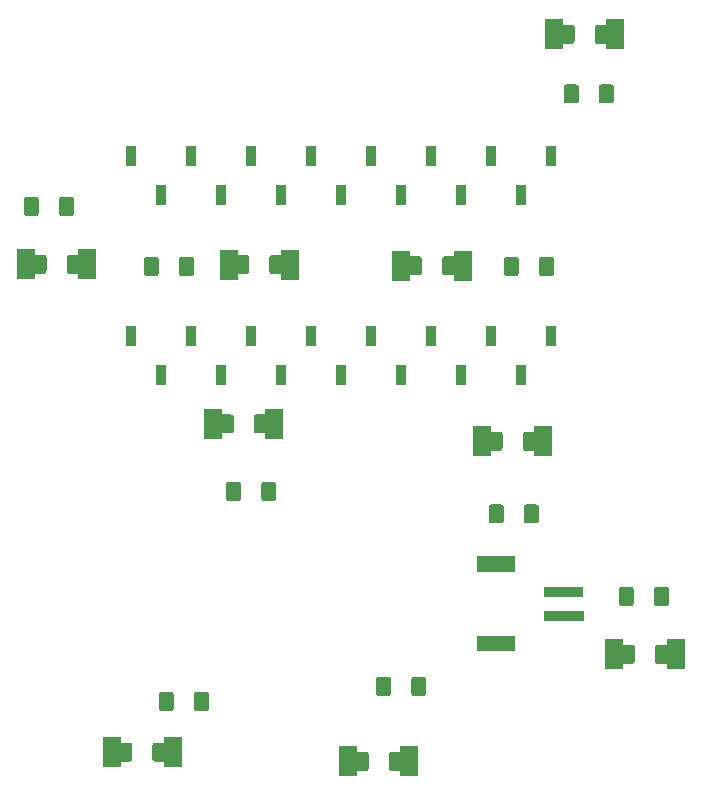
<source format=gbp>
G04 #@! TF.GenerationSoftware,KiCad,Pcbnew,5.1.5-52549c5~84~ubuntu18.04.1*
G04 #@! TF.CreationDate,2020-02-22T18:37:13-07:00*
G04 #@! TF.ProjectId,001,3030312e-6b69-4636-9164-5f7063625858,rev?*
G04 #@! TF.SameCoordinates,Original*
G04 #@! TF.FileFunction,Paste,Bot*
G04 #@! TF.FilePolarity,Positive*
%FSLAX46Y46*%
G04 Gerber Fmt 4.6, Leading zero omitted, Abs format (unit mm)*
G04 Created by KiCad (PCBNEW 5.1.5-52549c5~84~ubuntu18.04.1) date 2020-02-22 18:37:13*
%MOMM*%
%LPD*%
G04 APERTURE LIST*
%ADD10C,0.100000*%
%ADD11R,1.547600X2.647600*%
%ADD12R,0.847600X1.747600*%
%ADD13R,3.347600X0.847600*%
G04 APERTURE END LIST*
D10*
G36*
X152516324Y-87670472D02*
G01*
X152537943Y-87673679D01*
X152559143Y-87678990D01*
X152579721Y-87686352D01*
X152599477Y-87695697D01*
X152618223Y-87706933D01*
X152635778Y-87719952D01*
X152651971Y-87734629D01*
X152666648Y-87750822D01*
X152679667Y-87768377D01*
X152690903Y-87787123D01*
X152700248Y-87806879D01*
X152707610Y-87827457D01*
X152712921Y-87848657D01*
X152716128Y-87870276D01*
X152717200Y-87892105D01*
X152717200Y-89044295D01*
X152716128Y-89066124D01*
X152712921Y-89087743D01*
X152707610Y-89108943D01*
X152700248Y-89129521D01*
X152690903Y-89149277D01*
X152679667Y-89168023D01*
X152666648Y-89185578D01*
X152651971Y-89201771D01*
X152635778Y-89216448D01*
X152618223Y-89229467D01*
X152599477Y-89240703D01*
X152579721Y-89250048D01*
X152559143Y-89257410D01*
X152537943Y-89262721D01*
X152516324Y-89265928D01*
X152494495Y-89267000D01*
X151667305Y-89267000D01*
X151645476Y-89265928D01*
X151623857Y-89262721D01*
X151602657Y-89257410D01*
X151582079Y-89250048D01*
X151562323Y-89240703D01*
X151543577Y-89229467D01*
X151526022Y-89216448D01*
X151509829Y-89201771D01*
X151495152Y-89185578D01*
X151482133Y-89168023D01*
X151470897Y-89149277D01*
X151461552Y-89129521D01*
X151454190Y-89108943D01*
X151448879Y-89087743D01*
X151445672Y-89066124D01*
X151444600Y-89044295D01*
X151444600Y-87892105D01*
X151445672Y-87870276D01*
X151448879Y-87848657D01*
X151454190Y-87827457D01*
X151461552Y-87806879D01*
X151470897Y-87787123D01*
X151482133Y-87768377D01*
X151495152Y-87750822D01*
X151509829Y-87734629D01*
X151526022Y-87719952D01*
X151543577Y-87706933D01*
X151562323Y-87695697D01*
X151582079Y-87686352D01*
X151602657Y-87678990D01*
X151623857Y-87673679D01*
X151645476Y-87670472D01*
X151667305Y-87669400D01*
X152494495Y-87669400D01*
X152516324Y-87670472D01*
G37*
D11*
X156168400Y-88468200D03*
X150968400Y-88468200D03*
D10*
G36*
X155491324Y-87670472D02*
G01*
X155512943Y-87673679D01*
X155534143Y-87678990D01*
X155554721Y-87686352D01*
X155574477Y-87695697D01*
X155593223Y-87706933D01*
X155610778Y-87719952D01*
X155626971Y-87734629D01*
X155641648Y-87750822D01*
X155654667Y-87768377D01*
X155665903Y-87787123D01*
X155675248Y-87806879D01*
X155682610Y-87827457D01*
X155687921Y-87848657D01*
X155691128Y-87870276D01*
X155692200Y-87892105D01*
X155692200Y-89044295D01*
X155691128Y-89066124D01*
X155687921Y-89087743D01*
X155682610Y-89108943D01*
X155675248Y-89129521D01*
X155665903Y-89149277D01*
X155654667Y-89168023D01*
X155641648Y-89185578D01*
X155626971Y-89201771D01*
X155610778Y-89216448D01*
X155593223Y-89229467D01*
X155574477Y-89240703D01*
X155554721Y-89250048D01*
X155534143Y-89257410D01*
X155512943Y-89262721D01*
X155491324Y-89265928D01*
X155469495Y-89267000D01*
X154642305Y-89267000D01*
X154620476Y-89265928D01*
X154598857Y-89262721D01*
X154577657Y-89257410D01*
X154557079Y-89250048D01*
X154537323Y-89240703D01*
X154518577Y-89229467D01*
X154501022Y-89216448D01*
X154484829Y-89201771D01*
X154470152Y-89185578D01*
X154457133Y-89168023D01*
X154445897Y-89149277D01*
X154436552Y-89129521D01*
X154429190Y-89108943D01*
X154423879Y-89087743D01*
X154420672Y-89066124D01*
X154419600Y-89044295D01*
X154419600Y-87892105D01*
X154420672Y-87870276D01*
X154423879Y-87848657D01*
X154429190Y-87827457D01*
X154436552Y-87806879D01*
X154445897Y-87787123D01*
X154457133Y-87768377D01*
X154470152Y-87750822D01*
X154484829Y-87734629D01*
X154501022Y-87719952D01*
X154518577Y-87706933D01*
X154537323Y-87695697D01*
X154557079Y-87686352D01*
X154577657Y-87678990D01*
X154598857Y-87673679D01*
X154620476Y-87670472D01*
X154642305Y-87669400D01*
X155469495Y-87669400D01*
X155491324Y-87670472D01*
G37*
G36*
X144162924Y-114772272D02*
G01*
X144184543Y-114775479D01*
X144205743Y-114780790D01*
X144226321Y-114788152D01*
X144246077Y-114797497D01*
X144264823Y-114808733D01*
X144282378Y-114821752D01*
X144298571Y-114836429D01*
X144313248Y-114852622D01*
X144326267Y-114870177D01*
X144337503Y-114888923D01*
X144346848Y-114908679D01*
X144354210Y-114929257D01*
X144359521Y-114950457D01*
X144362728Y-114972076D01*
X144363800Y-114993905D01*
X144363800Y-116146095D01*
X144362728Y-116167924D01*
X144359521Y-116189543D01*
X144354210Y-116210743D01*
X144346848Y-116231321D01*
X144337503Y-116251077D01*
X144326267Y-116269823D01*
X144313248Y-116287378D01*
X144298571Y-116303571D01*
X144282378Y-116318248D01*
X144264823Y-116331267D01*
X144246077Y-116342503D01*
X144226321Y-116351848D01*
X144205743Y-116359210D01*
X144184543Y-116364521D01*
X144162924Y-116367728D01*
X144141095Y-116368800D01*
X143313905Y-116368800D01*
X143292076Y-116367728D01*
X143270457Y-116364521D01*
X143249257Y-116359210D01*
X143228679Y-116351848D01*
X143208923Y-116342503D01*
X143190177Y-116331267D01*
X143172622Y-116318248D01*
X143156429Y-116303571D01*
X143141752Y-116287378D01*
X143128733Y-116269823D01*
X143117497Y-116251077D01*
X143108152Y-116231321D01*
X143100790Y-116210743D01*
X143095479Y-116189543D01*
X143092272Y-116167924D01*
X143091200Y-116146095D01*
X143091200Y-114993905D01*
X143092272Y-114972076D01*
X143095479Y-114950457D01*
X143100790Y-114929257D01*
X143108152Y-114908679D01*
X143117497Y-114888923D01*
X143128733Y-114870177D01*
X143141752Y-114852622D01*
X143156429Y-114836429D01*
X143172622Y-114821752D01*
X143190177Y-114808733D01*
X143208923Y-114797497D01*
X143228679Y-114788152D01*
X143249257Y-114780790D01*
X143270457Y-114775479D01*
X143292076Y-114772272D01*
X143313905Y-114771200D01*
X144141095Y-114771200D01*
X144162924Y-114772272D01*
G37*
D11*
X139640000Y-115570000D03*
X144840000Y-115570000D03*
D10*
G36*
X141187924Y-114772272D02*
G01*
X141209543Y-114775479D01*
X141230743Y-114780790D01*
X141251321Y-114788152D01*
X141271077Y-114797497D01*
X141289823Y-114808733D01*
X141307378Y-114821752D01*
X141323571Y-114836429D01*
X141338248Y-114852622D01*
X141351267Y-114870177D01*
X141362503Y-114888923D01*
X141371848Y-114908679D01*
X141379210Y-114929257D01*
X141384521Y-114950457D01*
X141387728Y-114972076D01*
X141388800Y-114993905D01*
X141388800Y-116146095D01*
X141387728Y-116167924D01*
X141384521Y-116189543D01*
X141379210Y-116210743D01*
X141371848Y-116231321D01*
X141362503Y-116251077D01*
X141351267Y-116269823D01*
X141338248Y-116287378D01*
X141323571Y-116303571D01*
X141307378Y-116318248D01*
X141289823Y-116331267D01*
X141271077Y-116342503D01*
X141251321Y-116351848D01*
X141230743Y-116359210D01*
X141209543Y-116364521D01*
X141187924Y-116367728D01*
X141166095Y-116368800D01*
X140338905Y-116368800D01*
X140317076Y-116367728D01*
X140295457Y-116364521D01*
X140274257Y-116359210D01*
X140253679Y-116351848D01*
X140233923Y-116342503D01*
X140215177Y-116331267D01*
X140197622Y-116318248D01*
X140181429Y-116303571D01*
X140166752Y-116287378D01*
X140153733Y-116269823D01*
X140142497Y-116251077D01*
X140133152Y-116231321D01*
X140125790Y-116210743D01*
X140120479Y-116189543D01*
X140117272Y-116167924D01*
X140116200Y-116146095D01*
X140116200Y-114993905D01*
X140117272Y-114972076D01*
X140120479Y-114950457D01*
X140125790Y-114929257D01*
X140133152Y-114908679D01*
X140142497Y-114888923D01*
X140153733Y-114870177D01*
X140166752Y-114852622D01*
X140181429Y-114836429D01*
X140197622Y-114821752D01*
X140215177Y-114808733D01*
X140233923Y-114797497D01*
X140253679Y-114788152D01*
X140274257Y-114780790D01*
X140295457Y-114775479D01*
X140317076Y-114772272D01*
X140338905Y-114771200D01*
X141166095Y-114771200D01*
X141187924Y-114772272D01*
G37*
G36*
X145683724Y-72811472D02*
G01*
X145705343Y-72814679D01*
X145726543Y-72819990D01*
X145747121Y-72827352D01*
X145766877Y-72836697D01*
X145785623Y-72847933D01*
X145803178Y-72860952D01*
X145819371Y-72875629D01*
X145834048Y-72891822D01*
X145847067Y-72909377D01*
X145858303Y-72928123D01*
X145867648Y-72947879D01*
X145875010Y-72968457D01*
X145880321Y-72989657D01*
X145883528Y-73011276D01*
X145884600Y-73033105D01*
X145884600Y-74185295D01*
X145883528Y-74207124D01*
X145880321Y-74228743D01*
X145875010Y-74249943D01*
X145867648Y-74270521D01*
X145858303Y-74290277D01*
X145847067Y-74309023D01*
X145834048Y-74326578D01*
X145819371Y-74342771D01*
X145803178Y-74357448D01*
X145785623Y-74370467D01*
X145766877Y-74381703D01*
X145747121Y-74391048D01*
X145726543Y-74398410D01*
X145705343Y-74403721D01*
X145683724Y-74406928D01*
X145661895Y-74408000D01*
X144834705Y-74408000D01*
X144812876Y-74406928D01*
X144791257Y-74403721D01*
X144770057Y-74398410D01*
X144749479Y-74391048D01*
X144729723Y-74381703D01*
X144710977Y-74370467D01*
X144693422Y-74357448D01*
X144677229Y-74342771D01*
X144662552Y-74326578D01*
X144649533Y-74309023D01*
X144638297Y-74290277D01*
X144628952Y-74270521D01*
X144621590Y-74249943D01*
X144616279Y-74228743D01*
X144613072Y-74207124D01*
X144612000Y-74185295D01*
X144612000Y-73033105D01*
X144613072Y-73011276D01*
X144616279Y-72989657D01*
X144621590Y-72968457D01*
X144628952Y-72947879D01*
X144638297Y-72928123D01*
X144649533Y-72909377D01*
X144662552Y-72891822D01*
X144677229Y-72875629D01*
X144693422Y-72860952D01*
X144710977Y-72847933D01*
X144729723Y-72836697D01*
X144749479Y-72827352D01*
X144770057Y-72819990D01*
X144791257Y-72814679D01*
X144812876Y-72811472D01*
X144834705Y-72810400D01*
X145661895Y-72810400D01*
X145683724Y-72811472D01*
G37*
D11*
X149335800Y-73609200D03*
X144135800Y-73609200D03*
D10*
G36*
X148658724Y-72811472D02*
G01*
X148680343Y-72814679D01*
X148701543Y-72819990D01*
X148722121Y-72827352D01*
X148741877Y-72836697D01*
X148760623Y-72847933D01*
X148778178Y-72860952D01*
X148794371Y-72875629D01*
X148809048Y-72891822D01*
X148822067Y-72909377D01*
X148833303Y-72928123D01*
X148842648Y-72947879D01*
X148850010Y-72968457D01*
X148855321Y-72989657D01*
X148858528Y-73011276D01*
X148859600Y-73033105D01*
X148859600Y-74185295D01*
X148858528Y-74207124D01*
X148855321Y-74228743D01*
X148850010Y-74249943D01*
X148842648Y-74270521D01*
X148833303Y-74290277D01*
X148822067Y-74309023D01*
X148809048Y-74326578D01*
X148794371Y-74342771D01*
X148778178Y-74357448D01*
X148760623Y-74370467D01*
X148741877Y-74381703D01*
X148722121Y-74391048D01*
X148701543Y-74398410D01*
X148680343Y-74403721D01*
X148658724Y-74406928D01*
X148636895Y-74408000D01*
X147809705Y-74408000D01*
X147787876Y-74406928D01*
X147766257Y-74403721D01*
X147745057Y-74398410D01*
X147724479Y-74391048D01*
X147704723Y-74381703D01*
X147685977Y-74370467D01*
X147668422Y-74357448D01*
X147652229Y-74342771D01*
X147637552Y-74326578D01*
X147624533Y-74309023D01*
X147613297Y-74290277D01*
X147603952Y-74270521D01*
X147596590Y-74249943D01*
X147591279Y-74228743D01*
X147588072Y-74207124D01*
X147587000Y-74185295D01*
X147587000Y-73033105D01*
X147588072Y-73011276D01*
X147591279Y-72989657D01*
X147596590Y-72968457D01*
X147603952Y-72947879D01*
X147613297Y-72928123D01*
X147624533Y-72909377D01*
X147637552Y-72891822D01*
X147652229Y-72875629D01*
X147668422Y-72860952D01*
X147685977Y-72847933D01*
X147704723Y-72836697D01*
X147724479Y-72827352D01*
X147745057Y-72819990D01*
X147766257Y-72814679D01*
X147787876Y-72811472D01*
X147809705Y-72810400D01*
X148636895Y-72810400D01*
X148658724Y-72811472D01*
G37*
G36*
X131078724Y-72709872D02*
G01*
X131100343Y-72713079D01*
X131121543Y-72718390D01*
X131142121Y-72725752D01*
X131161877Y-72735097D01*
X131180623Y-72746333D01*
X131198178Y-72759352D01*
X131214371Y-72774029D01*
X131229048Y-72790222D01*
X131242067Y-72807777D01*
X131253303Y-72826523D01*
X131262648Y-72846279D01*
X131270010Y-72866857D01*
X131275321Y-72888057D01*
X131278528Y-72909676D01*
X131279600Y-72931505D01*
X131279600Y-74083695D01*
X131278528Y-74105524D01*
X131275321Y-74127143D01*
X131270010Y-74148343D01*
X131262648Y-74168921D01*
X131253303Y-74188677D01*
X131242067Y-74207423D01*
X131229048Y-74224978D01*
X131214371Y-74241171D01*
X131198178Y-74255848D01*
X131180623Y-74268867D01*
X131161877Y-74280103D01*
X131142121Y-74289448D01*
X131121543Y-74296810D01*
X131100343Y-74302121D01*
X131078724Y-74305328D01*
X131056895Y-74306400D01*
X130229705Y-74306400D01*
X130207876Y-74305328D01*
X130186257Y-74302121D01*
X130165057Y-74296810D01*
X130144479Y-74289448D01*
X130124723Y-74280103D01*
X130105977Y-74268867D01*
X130088422Y-74255848D01*
X130072229Y-74241171D01*
X130057552Y-74224978D01*
X130044533Y-74207423D01*
X130033297Y-74188677D01*
X130023952Y-74168921D01*
X130016590Y-74148343D01*
X130011279Y-74127143D01*
X130008072Y-74105524D01*
X130007000Y-74083695D01*
X130007000Y-72931505D01*
X130008072Y-72909676D01*
X130011279Y-72888057D01*
X130016590Y-72866857D01*
X130023952Y-72846279D01*
X130033297Y-72826523D01*
X130044533Y-72807777D01*
X130057552Y-72790222D01*
X130072229Y-72774029D01*
X130088422Y-72759352D01*
X130105977Y-72746333D01*
X130124723Y-72735097D01*
X130144479Y-72725752D01*
X130165057Y-72718390D01*
X130186257Y-72713079D01*
X130207876Y-72709872D01*
X130229705Y-72708800D01*
X131056895Y-72708800D01*
X131078724Y-72709872D01*
G37*
D11*
X134730800Y-73507600D03*
X129530800Y-73507600D03*
D10*
G36*
X134053724Y-72709872D02*
G01*
X134075343Y-72713079D01*
X134096543Y-72718390D01*
X134117121Y-72725752D01*
X134136877Y-72735097D01*
X134155623Y-72746333D01*
X134173178Y-72759352D01*
X134189371Y-72774029D01*
X134204048Y-72790222D01*
X134217067Y-72807777D01*
X134228303Y-72826523D01*
X134237648Y-72846279D01*
X134245010Y-72866857D01*
X134250321Y-72888057D01*
X134253528Y-72909676D01*
X134254600Y-72931505D01*
X134254600Y-74083695D01*
X134253528Y-74105524D01*
X134250321Y-74127143D01*
X134245010Y-74148343D01*
X134237648Y-74168921D01*
X134228303Y-74188677D01*
X134217067Y-74207423D01*
X134204048Y-74224978D01*
X134189371Y-74241171D01*
X134173178Y-74255848D01*
X134155623Y-74268867D01*
X134136877Y-74280103D01*
X134117121Y-74289448D01*
X134096543Y-74296810D01*
X134075343Y-74302121D01*
X134053724Y-74305328D01*
X134031895Y-74306400D01*
X133204705Y-74306400D01*
X133182876Y-74305328D01*
X133161257Y-74302121D01*
X133140057Y-74296810D01*
X133119479Y-74289448D01*
X133099723Y-74280103D01*
X133080977Y-74268867D01*
X133063422Y-74255848D01*
X133047229Y-74241171D01*
X133032552Y-74224978D01*
X133019533Y-74207423D01*
X133008297Y-74188677D01*
X132998952Y-74168921D01*
X132991590Y-74148343D01*
X132986279Y-74127143D01*
X132983072Y-74105524D01*
X132982000Y-74083695D01*
X132982000Y-72931505D01*
X132983072Y-72909676D01*
X132986279Y-72888057D01*
X132991590Y-72866857D01*
X132998952Y-72846279D01*
X133008297Y-72826523D01*
X133019533Y-72807777D01*
X133032552Y-72790222D01*
X133047229Y-72774029D01*
X133063422Y-72759352D01*
X133080977Y-72746333D01*
X133099723Y-72735097D01*
X133119479Y-72725752D01*
X133140057Y-72718390D01*
X133161257Y-72713079D01*
X133182876Y-72709872D01*
X133204705Y-72708800D01*
X134031895Y-72708800D01*
X134053724Y-72709872D01*
G37*
G36*
X129757924Y-86197272D02*
G01*
X129779543Y-86200479D01*
X129800743Y-86205790D01*
X129821321Y-86213152D01*
X129841077Y-86222497D01*
X129859823Y-86233733D01*
X129877378Y-86246752D01*
X129893571Y-86261429D01*
X129908248Y-86277622D01*
X129921267Y-86295177D01*
X129932503Y-86313923D01*
X129941848Y-86333679D01*
X129949210Y-86354257D01*
X129954521Y-86375457D01*
X129957728Y-86397076D01*
X129958800Y-86418905D01*
X129958800Y-87571095D01*
X129957728Y-87592924D01*
X129954521Y-87614543D01*
X129949210Y-87635743D01*
X129941848Y-87656321D01*
X129932503Y-87676077D01*
X129921267Y-87694823D01*
X129908248Y-87712378D01*
X129893571Y-87728571D01*
X129877378Y-87743248D01*
X129859823Y-87756267D01*
X129841077Y-87767503D01*
X129821321Y-87776848D01*
X129800743Y-87784210D01*
X129779543Y-87789521D01*
X129757924Y-87792728D01*
X129736095Y-87793800D01*
X128908905Y-87793800D01*
X128887076Y-87792728D01*
X128865457Y-87789521D01*
X128844257Y-87784210D01*
X128823679Y-87776848D01*
X128803923Y-87767503D01*
X128785177Y-87756267D01*
X128767622Y-87743248D01*
X128751429Y-87728571D01*
X128736752Y-87712378D01*
X128723733Y-87694823D01*
X128712497Y-87676077D01*
X128703152Y-87656321D01*
X128695790Y-87635743D01*
X128690479Y-87614543D01*
X128687272Y-87592924D01*
X128686200Y-87571095D01*
X128686200Y-86418905D01*
X128687272Y-86397076D01*
X128690479Y-86375457D01*
X128695790Y-86354257D01*
X128703152Y-86333679D01*
X128712497Y-86313923D01*
X128723733Y-86295177D01*
X128736752Y-86277622D01*
X128751429Y-86261429D01*
X128767622Y-86246752D01*
X128785177Y-86233733D01*
X128803923Y-86222497D01*
X128823679Y-86213152D01*
X128844257Y-86205790D01*
X128865457Y-86200479D01*
X128887076Y-86197272D01*
X128908905Y-86196200D01*
X129736095Y-86196200D01*
X129757924Y-86197272D01*
G37*
D11*
X133410000Y-86995000D03*
X128210000Y-86995000D03*
D10*
G36*
X132732924Y-86197272D02*
G01*
X132754543Y-86200479D01*
X132775743Y-86205790D01*
X132796321Y-86213152D01*
X132816077Y-86222497D01*
X132834823Y-86233733D01*
X132852378Y-86246752D01*
X132868571Y-86261429D01*
X132883248Y-86277622D01*
X132896267Y-86295177D01*
X132907503Y-86313923D01*
X132916848Y-86333679D01*
X132924210Y-86354257D01*
X132929521Y-86375457D01*
X132932728Y-86397076D01*
X132933800Y-86418905D01*
X132933800Y-87571095D01*
X132932728Y-87592924D01*
X132929521Y-87614543D01*
X132924210Y-87635743D01*
X132916848Y-87656321D01*
X132907503Y-87676077D01*
X132896267Y-87694823D01*
X132883248Y-87712378D01*
X132868571Y-87728571D01*
X132852378Y-87743248D01*
X132834823Y-87756267D01*
X132816077Y-87767503D01*
X132796321Y-87776848D01*
X132775743Y-87784210D01*
X132754543Y-87789521D01*
X132732924Y-87792728D01*
X132711095Y-87793800D01*
X131883905Y-87793800D01*
X131862076Y-87792728D01*
X131840457Y-87789521D01*
X131819257Y-87784210D01*
X131798679Y-87776848D01*
X131778923Y-87767503D01*
X131760177Y-87756267D01*
X131742622Y-87743248D01*
X131726429Y-87728571D01*
X131711752Y-87712378D01*
X131698733Y-87694823D01*
X131687497Y-87676077D01*
X131678152Y-87656321D01*
X131670790Y-87635743D01*
X131665479Y-87614543D01*
X131662272Y-87592924D01*
X131661200Y-87571095D01*
X131661200Y-86418905D01*
X131662272Y-86397076D01*
X131665479Y-86375457D01*
X131670790Y-86354257D01*
X131678152Y-86333679D01*
X131687497Y-86313923D01*
X131698733Y-86295177D01*
X131711752Y-86277622D01*
X131726429Y-86261429D01*
X131742622Y-86246752D01*
X131760177Y-86233733D01*
X131778923Y-86222497D01*
X131798679Y-86213152D01*
X131819257Y-86205790D01*
X131840457Y-86200479D01*
X131862076Y-86197272D01*
X131883905Y-86196200D01*
X132711095Y-86196200D01*
X132732924Y-86197272D01*
G37*
G36*
X124147724Y-113984872D02*
G01*
X124169343Y-113988079D01*
X124190543Y-113993390D01*
X124211121Y-114000752D01*
X124230877Y-114010097D01*
X124249623Y-114021333D01*
X124267178Y-114034352D01*
X124283371Y-114049029D01*
X124298048Y-114065222D01*
X124311067Y-114082777D01*
X124322303Y-114101523D01*
X124331648Y-114121279D01*
X124339010Y-114141857D01*
X124344321Y-114163057D01*
X124347528Y-114184676D01*
X124348600Y-114206505D01*
X124348600Y-115358695D01*
X124347528Y-115380524D01*
X124344321Y-115402143D01*
X124339010Y-115423343D01*
X124331648Y-115443921D01*
X124322303Y-115463677D01*
X124311067Y-115482423D01*
X124298048Y-115499978D01*
X124283371Y-115516171D01*
X124267178Y-115530848D01*
X124249623Y-115543867D01*
X124230877Y-115555103D01*
X124211121Y-115564448D01*
X124190543Y-115571810D01*
X124169343Y-115577121D01*
X124147724Y-115580328D01*
X124125895Y-115581400D01*
X123298705Y-115581400D01*
X123276876Y-115580328D01*
X123255257Y-115577121D01*
X123234057Y-115571810D01*
X123213479Y-115564448D01*
X123193723Y-115555103D01*
X123174977Y-115543867D01*
X123157422Y-115530848D01*
X123141229Y-115516171D01*
X123126552Y-115499978D01*
X123113533Y-115482423D01*
X123102297Y-115463677D01*
X123092952Y-115443921D01*
X123085590Y-115423343D01*
X123080279Y-115402143D01*
X123077072Y-115380524D01*
X123076000Y-115358695D01*
X123076000Y-114206505D01*
X123077072Y-114184676D01*
X123080279Y-114163057D01*
X123085590Y-114141857D01*
X123092952Y-114121279D01*
X123102297Y-114101523D01*
X123113533Y-114082777D01*
X123126552Y-114065222D01*
X123141229Y-114049029D01*
X123157422Y-114034352D01*
X123174977Y-114021333D01*
X123193723Y-114010097D01*
X123213479Y-114000752D01*
X123234057Y-113993390D01*
X123255257Y-113988079D01*
X123276876Y-113984872D01*
X123298705Y-113983800D01*
X124125895Y-113983800D01*
X124147724Y-113984872D01*
G37*
D11*
X119624800Y-114782600D03*
X124824800Y-114782600D03*
D10*
G36*
X121172724Y-113984872D02*
G01*
X121194343Y-113988079D01*
X121215543Y-113993390D01*
X121236121Y-114000752D01*
X121255877Y-114010097D01*
X121274623Y-114021333D01*
X121292178Y-114034352D01*
X121308371Y-114049029D01*
X121323048Y-114065222D01*
X121336067Y-114082777D01*
X121347303Y-114101523D01*
X121356648Y-114121279D01*
X121364010Y-114141857D01*
X121369321Y-114163057D01*
X121372528Y-114184676D01*
X121373600Y-114206505D01*
X121373600Y-115358695D01*
X121372528Y-115380524D01*
X121369321Y-115402143D01*
X121364010Y-115423343D01*
X121356648Y-115443921D01*
X121347303Y-115463677D01*
X121336067Y-115482423D01*
X121323048Y-115499978D01*
X121308371Y-115516171D01*
X121292178Y-115530848D01*
X121274623Y-115543867D01*
X121255877Y-115555103D01*
X121236121Y-115564448D01*
X121215543Y-115571810D01*
X121194343Y-115577121D01*
X121172724Y-115580328D01*
X121150895Y-115581400D01*
X120323705Y-115581400D01*
X120301876Y-115580328D01*
X120280257Y-115577121D01*
X120259057Y-115571810D01*
X120238479Y-115564448D01*
X120218723Y-115555103D01*
X120199977Y-115543867D01*
X120182422Y-115530848D01*
X120166229Y-115516171D01*
X120151552Y-115499978D01*
X120138533Y-115482423D01*
X120127297Y-115463677D01*
X120117952Y-115443921D01*
X120110590Y-115423343D01*
X120105279Y-115402143D01*
X120102072Y-115380524D01*
X120101000Y-115358695D01*
X120101000Y-114206505D01*
X120102072Y-114184676D01*
X120105279Y-114163057D01*
X120110590Y-114141857D01*
X120117952Y-114121279D01*
X120127297Y-114101523D01*
X120138533Y-114082777D01*
X120151552Y-114065222D01*
X120166229Y-114049029D01*
X120182422Y-114034352D01*
X120199977Y-114021333D01*
X120218723Y-114010097D01*
X120238479Y-114000752D01*
X120259057Y-113993390D01*
X120280257Y-113988079D01*
X120301876Y-113984872D01*
X120323705Y-113983800D01*
X121150895Y-113983800D01*
X121172724Y-113984872D01*
G37*
G36*
X166692724Y-105704472D02*
G01*
X166714343Y-105707679D01*
X166735543Y-105712990D01*
X166756121Y-105720352D01*
X166775877Y-105729697D01*
X166794623Y-105740933D01*
X166812178Y-105753952D01*
X166828371Y-105768629D01*
X166843048Y-105784822D01*
X166856067Y-105802377D01*
X166867303Y-105821123D01*
X166876648Y-105840879D01*
X166884010Y-105861457D01*
X166889321Y-105882657D01*
X166892528Y-105904276D01*
X166893600Y-105926105D01*
X166893600Y-107078295D01*
X166892528Y-107100124D01*
X166889321Y-107121743D01*
X166884010Y-107142943D01*
X166876648Y-107163521D01*
X166867303Y-107183277D01*
X166856067Y-107202023D01*
X166843048Y-107219578D01*
X166828371Y-107235771D01*
X166812178Y-107250448D01*
X166794623Y-107263467D01*
X166775877Y-107274703D01*
X166756121Y-107284048D01*
X166735543Y-107291410D01*
X166714343Y-107296721D01*
X166692724Y-107299928D01*
X166670895Y-107301000D01*
X165843705Y-107301000D01*
X165821876Y-107299928D01*
X165800257Y-107296721D01*
X165779057Y-107291410D01*
X165758479Y-107284048D01*
X165738723Y-107274703D01*
X165719977Y-107263467D01*
X165702422Y-107250448D01*
X165686229Y-107235771D01*
X165671552Y-107219578D01*
X165658533Y-107202023D01*
X165647297Y-107183277D01*
X165637952Y-107163521D01*
X165630590Y-107142943D01*
X165625279Y-107121743D01*
X165622072Y-107100124D01*
X165621000Y-107078295D01*
X165621000Y-105926105D01*
X165622072Y-105904276D01*
X165625279Y-105882657D01*
X165630590Y-105861457D01*
X165637952Y-105840879D01*
X165647297Y-105821123D01*
X165658533Y-105802377D01*
X165671552Y-105784822D01*
X165686229Y-105768629D01*
X165702422Y-105753952D01*
X165719977Y-105740933D01*
X165738723Y-105729697D01*
X165758479Y-105720352D01*
X165779057Y-105712990D01*
X165800257Y-105707679D01*
X165821876Y-105704472D01*
X165843705Y-105703400D01*
X166670895Y-105703400D01*
X166692724Y-105704472D01*
G37*
D11*
X162169800Y-106502200D03*
X167369800Y-106502200D03*
D10*
G36*
X163717724Y-105704472D02*
G01*
X163739343Y-105707679D01*
X163760543Y-105712990D01*
X163781121Y-105720352D01*
X163800877Y-105729697D01*
X163819623Y-105740933D01*
X163837178Y-105753952D01*
X163853371Y-105768629D01*
X163868048Y-105784822D01*
X163881067Y-105802377D01*
X163892303Y-105821123D01*
X163901648Y-105840879D01*
X163909010Y-105861457D01*
X163914321Y-105882657D01*
X163917528Y-105904276D01*
X163918600Y-105926105D01*
X163918600Y-107078295D01*
X163917528Y-107100124D01*
X163914321Y-107121743D01*
X163909010Y-107142943D01*
X163901648Y-107163521D01*
X163892303Y-107183277D01*
X163881067Y-107202023D01*
X163868048Y-107219578D01*
X163853371Y-107235771D01*
X163837178Y-107250448D01*
X163819623Y-107263467D01*
X163800877Y-107274703D01*
X163781121Y-107284048D01*
X163760543Y-107291410D01*
X163739343Y-107296721D01*
X163717724Y-107299928D01*
X163695895Y-107301000D01*
X162868705Y-107301000D01*
X162846876Y-107299928D01*
X162825257Y-107296721D01*
X162804057Y-107291410D01*
X162783479Y-107284048D01*
X162763723Y-107274703D01*
X162744977Y-107263467D01*
X162727422Y-107250448D01*
X162711229Y-107235771D01*
X162696552Y-107219578D01*
X162683533Y-107202023D01*
X162672297Y-107183277D01*
X162662952Y-107163521D01*
X162655590Y-107142943D01*
X162650279Y-107121743D01*
X162647072Y-107100124D01*
X162646000Y-107078295D01*
X162646000Y-105926105D01*
X162647072Y-105904276D01*
X162650279Y-105882657D01*
X162655590Y-105861457D01*
X162662952Y-105840879D01*
X162672297Y-105821123D01*
X162683533Y-105802377D01*
X162696552Y-105784822D01*
X162711229Y-105768629D01*
X162727422Y-105753952D01*
X162744977Y-105740933D01*
X162763723Y-105729697D01*
X162783479Y-105720352D01*
X162804057Y-105712990D01*
X162825257Y-105707679D01*
X162846876Y-105704472D01*
X162868705Y-105703400D01*
X163695895Y-105703400D01*
X163717724Y-105704472D01*
G37*
G36*
X116883324Y-72684472D02*
G01*
X116904943Y-72687679D01*
X116926143Y-72692990D01*
X116946721Y-72700352D01*
X116966477Y-72709697D01*
X116985223Y-72720933D01*
X117002778Y-72733952D01*
X117018971Y-72748629D01*
X117033648Y-72764822D01*
X117046667Y-72782377D01*
X117057903Y-72801123D01*
X117067248Y-72820879D01*
X117074610Y-72841457D01*
X117079921Y-72862657D01*
X117083128Y-72884276D01*
X117084200Y-72906105D01*
X117084200Y-74058295D01*
X117083128Y-74080124D01*
X117079921Y-74101743D01*
X117074610Y-74122943D01*
X117067248Y-74143521D01*
X117057903Y-74163277D01*
X117046667Y-74182023D01*
X117033648Y-74199578D01*
X117018971Y-74215771D01*
X117002778Y-74230448D01*
X116985223Y-74243467D01*
X116966477Y-74254703D01*
X116946721Y-74264048D01*
X116926143Y-74271410D01*
X116904943Y-74276721D01*
X116883324Y-74279928D01*
X116861495Y-74281000D01*
X116034305Y-74281000D01*
X116012476Y-74279928D01*
X115990857Y-74276721D01*
X115969657Y-74271410D01*
X115949079Y-74264048D01*
X115929323Y-74254703D01*
X115910577Y-74243467D01*
X115893022Y-74230448D01*
X115876829Y-74215771D01*
X115862152Y-74199578D01*
X115849133Y-74182023D01*
X115837897Y-74163277D01*
X115828552Y-74143521D01*
X115821190Y-74122943D01*
X115815879Y-74101743D01*
X115812672Y-74080124D01*
X115811600Y-74058295D01*
X115811600Y-72906105D01*
X115812672Y-72884276D01*
X115815879Y-72862657D01*
X115821190Y-72841457D01*
X115828552Y-72820879D01*
X115837897Y-72801123D01*
X115849133Y-72782377D01*
X115862152Y-72764822D01*
X115876829Y-72748629D01*
X115893022Y-72733952D01*
X115910577Y-72720933D01*
X115929323Y-72709697D01*
X115949079Y-72700352D01*
X115969657Y-72692990D01*
X115990857Y-72687679D01*
X116012476Y-72684472D01*
X116034305Y-72683400D01*
X116861495Y-72683400D01*
X116883324Y-72684472D01*
G37*
D11*
X112360400Y-73482200D03*
X117560400Y-73482200D03*
D10*
G36*
X113908324Y-72684472D02*
G01*
X113929943Y-72687679D01*
X113951143Y-72692990D01*
X113971721Y-72700352D01*
X113991477Y-72709697D01*
X114010223Y-72720933D01*
X114027778Y-72733952D01*
X114043971Y-72748629D01*
X114058648Y-72764822D01*
X114071667Y-72782377D01*
X114082903Y-72801123D01*
X114092248Y-72820879D01*
X114099610Y-72841457D01*
X114104921Y-72862657D01*
X114108128Y-72884276D01*
X114109200Y-72906105D01*
X114109200Y-74058295D01*
X114108128Y-74080124D01*
X114104921Y-74101743D01*
X114099610Y-74122943D01*
X114092248Y-74143521D01*
X114082903Y-74163277D01*
X114071667Y-74182023D01*
X114058648Y-74199578D01*
X114043971Y-74215771D01*
X114027778Y-74230448D01*
X114010223Y-74243467D01*
X113991477Y-74254703D01*
X113971721Y-74264048D01*
X113951143Y-74271410D01*
X113929943Y-74276721D01*
X113908324Y-74279928D01*
X113886495Y-74281000D01*
X113059305Y-74281000D01*
X113037476Y-74279928D01*
X113015857Y-74276721D01*
X112994657Y-74271410D01*
X112974079Y-74264048D01*
X112954323Y-74254703D01*
X112935577Y-74243467D01*
X112918022Y-74230448D01*
X112901829Y-74215771D01*
X112887152Y-74199578D01*
X112874133Y-74182023D01*
X112862897Y-74163277D01*
X112853552Y-74143521D01*
X112846190Y-74122943D01*
X112840879Y-74101743D01*
X112837672Y-74080124D01*
X112836600Y-74058295D01*
X112836600Y-72906105D01*
X112837672Y-72884276D01*
X112840879Y-72862657D01*
X112846190Y-72841457D01*
X112853552Y-72820879D01*
X112862897Y-72801123D01*
X112874133Y-72782377D01*
X112887152Y-72764822D01*
X112901829Y-72748629D01*
X112918022Y-72733952D01*
X112935577Y-72720933D01*
X112954323Y-72709697D01*
X112974079Y-72700352D01*
X112994657Y-72692990D01*
X113015857Y-72687679D01*
X113037476Y-72684472D01*
X113059305Y-72683400D01*
X113886495Y-72683400D01*
X113908324Y-72684472D01*
G37*
G36*
X161587324Y-53202672D02*
G01*
X161608943Y-53205879D01*
X161630143Y-53211190D01*
X161650721Y-53218552D01*
X161670477Y-53227897D01*
X161689223Y-53239133D01*
X161706778Y-53252152D01*
X161722971Y-53266829D01*
X161737648Y-53283022D01*
X161750667Y-53300577D01*
X161761903Y-53319323D01*
X161771248Y-53339079D01*
X161778610Y-53359657D01*
X161783921Y-53380857D01*
X161787128Y-53402476D01*
X161788200Y-53424305D01*
X161788200Y-54576495D01*
X161787128Y-54598324D01*
X161783921Y-54619943D01*
X161778610Y-54641143D01*
X161771248Y-54661721D01*
X161761903Y-54681477D01*
X161750667Y-54700223D01*
X161737648Y-54717778D01*
X161722971Y-54733971D01*
X161706778Y-54748648D01*
X161689223Y-54761667D01*
X161670477Y-54772903D01*
X161650721Y-54782248D01*
X161630143Y-54789610D01*
X161608943Y-54794921D01*
X161587324Y-54798128D01*
X161565495Y-54799200D01*
X160738305Y-54799200D01*
X160716476Y-54798128D01*
X160694857Y-54794921D01*
X160673657Y-54789610D01*
X160653079Y-54782248D01*
X160633323Y-54772903D01*
X160614577Y-54761667D01*
X160597022Y-54748648D01*
X160580829Y-54733971D01*
X160566152Y-54717778D01*
X160553133Y-54700223D01*
X160541897Y-54681477D01*
X160532552Y-54661721D01*
X160525190Y-54641143D01*
X160519879Y-54619943D01*
X160516672Y-54598324D01*
X160515600Y-54576495D01*
X160515600Y-53424305D01*
X160516672Y-53402476D01*
X160519879Y-53380857D01*
X160525190Y-53359657D01*
X160532552Y-53339079D01*
X160541897Y-53319323D01*
X160553133Y-53300577D01*
X160566152Y-53283022D01*
X160580829Y-53266829D01*
X160597022Y-53252152D01*
X160614577Y-53239133D01*
X160633323Y-53227897D01*
X160653079Y-53218552D01*
X160673657Y-53211190D01*
X160694857Y-53205879D01*
X160716476Y-53202672D01*
X160738305Y-53201600D01*
X161565495Y-53201600D01*
X161587324Y-53202672D01*
G37*
D11*
X157064400Y-54000400D03*
X162264400Y-54000400D03*
D10*
G36*
X158612324Y-53202672D02*
G01*
X158633943Y-53205879D01*
X158655143Y-53211190D01*
X158675721Y-53218552D01*
X158695477Y-53227897D01*
X158714223Y-53239133D01*
X158731778Y-53252152D01*
X158747971Y-53266829D01*
X158762648Y-53283022D01*
X158775667Y-53300577D01*
X158786903Y-53319323D01*
X158796248Y-53339079D01*
X158803610Y-53359657D01*
X158808921Y-53380857D01*
X158812128Y-53402476D01*
X158813200Y-53424305D01*
X158813200Y-54576495D01*
X158812128Y-54598324D01*
X158808921Y-54619943D01*
X158803610Y-54641143D01*
X158796248Y-54661721D01*
X158786903Y-54681477D01*
X158775667Y-54700223D01*
X158762648Y-54717778D01*
X158747971Y-54733971D01*
X158731778Y-54748648D01*
X158714223Y-54761667D01*
X158695477Y-54772903D01*
X158675721Y-54782248D01*
X158655143Y-54789610D01*
X158633943Y-54794921D01*
X158612324Y-54798128D01*
X158590495Y-54799200D01*
X157763305Y-54799200D01*
X157741476Y-54798128D01*
X157719857Y-54794921D01*
X157698657Y-54789610D01*
X157678079Y-54782248D01*
X157658323Y-54772903D01*
X157639577Y-54761667D01*
X157622022Y-54748648D01*
X157605829Y-54733971D01*
X157591152Y-54717778D01*
X157578133Y-54700223D01*
X157566897Y-54681477D01*
X157557552Y-54661721D01*
X157550190Y-54641143D01*
X157544879Y-54619943D01*
X157541672Y-54598324D01*
X157540600Y-54576495D01*
X157540600Y-53424305D01*
X157541672Y-53402476D01*
X157544879Y-53380857D01*
X157550190Y-53359657D01*
X157557552Y-53339079D01*
X157566897Y-53319323D01*
X157578133Y-53300577D01*
X157591152Y-53283022D01*
X157605829Y-53266829D01*
X157622022Y-53252152D01*
X157639577Y-53239133D01*
X157658323Y-53227897D01*
X157678079Y-53218552D01*
X157698657Y-53211190D01*
X157719857Y-53205879D01*
X157741476Y-53202672D01*
X157763305Y-53201600D01*
X158590495Y-53201600D01*
X158612324Y-53202672D01*
G37*
G36*
X166604921Y-100802275D02*
G01*
X166626593Y-100805490D01*
X166647847Y-100810814D01*
X166668476Y-100818195D01*
X166688282Y-100827563D01*
X166707075Y-100838827D01*
X166724674Y-100851878D01*
X166740908Y-100866592D01*
X166755622Y-100882826D01*
X166768673Y-100900425D01*
X166779937Y-100919218D01*
X166789305Y-100939024D01*
X166796686Y-100959653D01*
X166802010Y-100980907D01*
X166805225Y-101002579D01*
X166806300Y-101024463D01*
X166806300Y-102175537D01*
X166805225Y-102197421D01*
X166802010Y-102219093D01*
X166796686Y-102240347D01*
X166789305Y-102260976D01*
X166779937Y-102280782D01*
X166768673Y-102299575D01*
X166755622Y-102317174D01*
X166740908Y-102333408D01*
X166724674Y-102348122D01*
X166707075Y-102361173D01*
X166688282Y-102372437D01*
X166668476Y-102381805D01*
X166647847Y-102389186D01*
X166626593Y-102394510D01*
X166604921Y-102397725D01*
X166583037Y-102398800D01*
X165756963Y-102398800D01*
X165735079Y-102397725D01*
X165713407Y-102394510D01*
X165692153Y-102389186D01*
X165671524Y-102381805D01*
X165651718Y-102372437D01*
X165632925Y-102361173D01*
X165615326Y-102348122D01*
X165599092Y-102333408D01*
X165584378Y-102317174D01*
X165571327Y-102299575D01*
X165560063Y-102280782D01*
X165550695Y-102260976D01*
X165543314Y-102240347D01*
X165537990Y-102219093D01*
X165534775Y-102197421D01*
X165533700Y-102175537D01*
X165533700Y-101024463D01*
X165534775Y-101002579D01*
X165537990Y-100980907D01*
X165543314Y-100959653D01*
X165550695Y-100939024D01*
X165560063Y-100919218D01*
X165571327Y-100900425D01*
X165584378Y-100882826D01*
X165599092Y-100866592D01*
X165615326Y-100851878D01*
X165632925Y-100838827D01*
X165651718Y-100827563D01*
X165671524Y-100818195D01*
X165692153Y-100810814D01*
X165713407Y-100805490D01*
X165735079Y-100802275D01*
X165756963Y-100801200D01*
X166583037Y-100801200D01*
X166604921Y-100802275D01*
G37*
G36*
X163629921Y-100802275D02*
G01*
X163651593Y-100805490D01*
X163672847Y-100810814D01*
X163693476Y-100818195D01*
X163713282Y-100827563D01*
X163732075Y-100838827D01*
X163749674Y-100851878D01*
X163765908Y-100866592D01*
X163780622Y-100882826D01*
X163793673Y-100900425D01*
X163804937Y-100919218D01*
X163814305Y-100939024D01*
X163821686Y-100959653D01*
X163827010Y-100980907D01*
X163830225Y-101002579D01*
X163831300Y-101024463D01*
X163831300Y-102175537D01*
X163830225Y-102197421D01*
X163827010Y-102219093D01*
X163821686Y-102240347D01*
X163814305Y-102260976D01*
X163804937Y-102280782D01*
X163793673Y-102299575D01*
X163780622Y-102317174D01*
X163765908Y-102333408D01*
X163749674Y-102348122D01*
X163732075Y-102361173D01*
X163713282Y-102372437D01*
X163693476Y-102381805D01*
X163672847Y-102389186D01*
X163651593Y-102394510D01*
X163629921Y-102397725D01*
X163608037Y-102398800D01*
X162781963Y-102398800D01*
X162760079Y-102397725D01*
X162738407Y-102394510D01*
X162717153Y-102389186D01*
X162696524Y-102381805D01*
X162676718Y-102372437D01*
X162657925Y-102361173D01*
X162640326Y-102348122D01*
X162624092Y-102333408D01*
X162609378Y-102317174D01*
X162596327Y-102299575D01*
X162585063Y-102280782D01*
X162575695Y-102260976D01*
X162568314Y-102240347D01*
X162562990Y-102219093D01*
X162559775Y-102197421D01*
X162558700Y-102175537D01*
X162558700Y-101024463D01*
X162559775Y-101002579D01*
X162562990Y-100980907D01*
X162568314Y-100959653D01*
X162575695Y-100939024D01*
X162585063Y-100919218D01*
X162596327Y-100900425D01*
X162609378Y-100882826D01*
X162624092Y-100866592D01*
X162640326Y-100851878D01*
X162657925Y-100838827D01*
X162676718Y-100827563D01*
X162696524Y-100818195D01*
X162717153Y-100810814D01*
X162738407Y-100805490D01*
X162760079Y-100802275D01*
X162781963Y-100801200D01*
X163608037Y-100801200D01*
X163629921Y-100802275D01*
G37*
G36*
X155592421Y-93817275D02*
G01*
X155614093Y-93820490D01*
X155635347Y-93825814D01*
X155655976Y-93833195D01*
X155675782Y-93842563D01*
X155694575Y-93853827D01*
X155712174Y-93866878D01*
X155728408Y-93881592D01*
X155743122Y-93897826D01*
X155756173Y-93915425D01*
X155767437Y-93934218D01*
X155776805Y-93954024D01*
X155784186Y-93974653D01*
X155789510Y-93995907D01*
X155792725Y-94017579D01*
X155793800Y-94039463D01*
X155793800Y-95190537D01*
X155792725Y-95212421D01*
X155789510Y-95234093D01*
X155784186Y-95255347D01*
X155776805Y-95275976D01*
X155767437Y-95295782D01*
X155756173Y-95314575D01*
X155743122Y-95332174D01*
X155728408Y-95348408D01*
X155712174Y-95363122D01*
X155694575Y-95376173D01*
X155675782Y-95387437D01*
X155655976Y-95396805D01*
X155635347Y-95404186D01*
X155614093Y-95409510D01*
X155592421Y-95412725D01*
X155570537Y-95413800D01*
X154744463Y-95413800D01*
X154722579Y-95412725D01*
X154700907Y-95409510D01*
X154679653Y-95404186D01*
X154659024Y-95396805D01*
X154639218Y-95387437D01*
X154620425Y-95376173D01*
X154602826Y-95363122D01*
X154586592Y-95348408D01*
X154571878Y-95332174D01*
X154558827Y-95314575D01*
X154547563Y-95295782D01*
X154538195Y-95275976D01*
X154530814Y-95255347D01*
X154525490Y-95234093D01*
X154522275Y-95212421D01*
X154521200Y-95190537D01*
X154521200Y-94039463D01*
X154522275Y-94017579D01*
X154525490Y-93995907D01*
X154530814Y-93974653D01*
X154538195Y-93954024D01*
X154547563Y-93934218D01*
X154558827Y-93915425D01*
X154571878Y-93897826D01*
X154586592Y-93881592D01*
X154602826Y-93866878D01*
X154620425Y-93853827D01*
X154639218Y-93842563D01*
X154659024Y-93833195D01*
X154679653Y-93825814D01*
X154700907Y-93820490D01*
X154722579Y-93817275D01*
X154744463Y-93816200D01*
X155570537Y-93816200D01*
X155592421Y-93817275D01*
G37*
G36*
X152617421Y-93817275D02*
G01*
X152639093Y-93820490D01*
X152660347Y-93825814D01*
X152680976Y-93833195D01*
X152700782Y-93842563D01*
X152719575Y-93853827D01*
X152737174Y-93866878D01*
X152753408Y-93881592D01*
X152768122Y-93897826D01*
X152781173Y-93915425D01*
X152792437Y-93934218D01*
X152801805Y-93954024D01*
X152809186Y-93974653D01*
X152814510Y-93995907D01*
X152817725Y-94017579D01*
X152818800Y-94039463D01*
X152818800Y-95190537D01*
X152817725Y-95212421D01*
X152814510Y-95234093D01*
X152809186Y-95255347D01*
X152801805Y-95275976D01*
X152792437Y-95295782D01*
X152781173Y-95314575D01*
X152768122Y-95332174D01*
X152753408Y-95348408D01*
X152737174Y-95363122D01*
X152719575Y-95376173D01*
X152700782Y-95387437D01*
X152680976Y-95396805D01*
X152660347Y-95404186D01*
X152639093Y-95409510D01*
X152617421Y-95412725D01*
X152595537Y-95413800D01*
X151769463Y-95413800D01*
X151747579Y-95412725D01*
X151725907Y-95409510D01*
X151704653Y-95404186D01*
X151684024Y-95396805D01*
X151664218Y-95387437D01*
X151645425Y-95376173D01*
X151627826Y-95363122D01*
X151611592Y-95348408D01*
X151596878Y-95332174D01*
X151583827Y-95314575D01*
X151572563Y-95295782D01*
X151563195Y-95275976D01*
X151555814Y-95255347D01*
X151550490Y-95234093D01*
X151547275Y-95212421D01*
X151546200Y-95190537D01*
X151546200Y-94039463D01*
X151547275Y-94017579D01*
X151550490Y-93995907D01*
X151555814Y-93974653D01*
X151563195Y-93954024D01*
X151572563Y-93934218D01*
X151583827Y-93915425D01*
X151596878Y-93897826D01*
X151611592Y-93881592D01*
X151627826Y-93866878D01*
X151645425Y-93853827D01*
X151664218Y-93842563D01*
X151684024Y-93833195D01*
X151704653Y-93825814D01*
X151725907Y-93820490D01*
X151747579Y-93817275D01*
X151769463Y-93816200D01*
X152595537Y-93816200D01*
X152617421Y-93817275D01*
G37*
G36*
X143092421Y-108422275D02*
G01*
X143114093Y-108425490D01*
X143135347Y-108430814D01*
X143155976Y-108438195D01*
X143175782Y-108447563D01*
X143194575Y-108458827D01*
X143212174Y-108471878D01*
X143228408Y-108486592D01*
X143243122Y-108502826D01*
X143256173Y-108520425D01*
X143267437Y-108539218D01*
X143276805Y-108559024D01*
X143284186Y-108579653D01*
X143289510Y-108600907D01*
X143292725Y-108622579D01*
X143293800Y-108644463D01*
X143293800Y-109795537D01*
X143292725Y-109817421D01*
X143289510Y-109839093D01*
X143284186Y-109860347D01*
X143276805Y-109880976D01*
X143267437Y-109900782D01*
X143256173Y-109919575D01*
X143243122Y-109937174D01*
X143228408Y-109953408D01*
X143212174Y-109968122D01*
X143194575Y-109981173D01*
X143175782Y-109992437D01*
X143155976Y-110001805D01*
X143135347Y-110009186D01*
X143114093Y-110014510D01*
X143092421Y-110017725D01*
X143070537Y-110018800D01*
X142244463Y-110018800D01*
X142222579Y-110017725D01*
X142200907Y-110014510D01*
X142179653Y-110009186D01*
X142159024Y-110001805D01*
X142139218Y-109992437D01*
X142120425Y-109981173D01*
X142102826Y-109968122D01*
X142086592Y-109953408D01*
X142071878Y-109937174D01*
X142058827Y-109919575D01*
X142047563Y-109900782D01*
X142038195Y-109880976D01*
X142030814Y-109860347D01*
X142025490Y-109839093D01*
X142022275Y-109817421D01*
X142021200Y-109795537D01*
X142021200Y-108644463D01*
X142022275Y-108622579D01*
X142025490Y-108600907D01*
X142030814Y-108579653D01*
X142038195Y-108559024D01*
X142047563Y-108539218D01*
X142058827Y-108520425D01*
X142071878Y-108502826D01*
X142086592Y-108486592D01*
X142102826Y-108471878D01*
X142120425Y-108458827D01*
X142139218Y-108447563D01*
X142159024Y-108438195D01*
X142179653Y-108430814D01*
X142200907Y-108425490D01*
X142222579Y-108422275D01*
X142244463Y-108421200D01*
X143070537Y-108421200D01*
X143092421Y-108422275D01*
G37*
G36*
X146067421Y-108422275D02*
G01*
X146089093Y-108425490D01*
X146110347Y-108430814D01*
X146130976Y-108438195D01*
X146150782Y-108447563D01*
X146169575Y-108458827D01*
X146187174Y-108471878D01*
X146203408Y-108486592D01*
X146218122Y-108502826D01*
X146231173Y-108520425D01*
X146242437Y-108539218D01*
X146251805Y-108559024D01*
X146259186Y-108579653D01*
X146264510Y-108600907D01*
X146267725Y-108622579D01*
X146268800Y-108644463D01*
X146268800Y-109795537D01*
X146267725Y-109817421D01*
X146264510Y-109839093D01*
X146259186Y-109860347D01*
X146251805Y-109880976D01*
X146242437Y-109900782D01*
X146231173Y-109919575D01*
X146218122Y-109937174D01*
X146203408Y-109953408D01*
X146187174Y-109968122D01*
X146169575Y-109981173D01*
X146150782Y-109992437D01*
X146130976Y-110001805D01*
X146110347Y-110009186D01*
X146089093Y-110014510D01*
X146067421Y-110017725D01*
X146045537Y-110018800D01*
X145219463Y-110018800D01*
X145197579Y-110017725D01*
X145175907Y-110014510D01*
X145154653Y-110009186D01*
X145134024Y-110001805D01*
X145114218Y-109992437D01*
X145095425Y-109981173D01*
X145077826Y-109968122D01*
X145061592Y-109953408D01*
X145046878Y-109937174D01*
X145033827Y-109919575D01*
X145022563Y-109900782D01*
X145013195Y-109880976D01*
X145005814Y-109860347D01*
X145000490Y-109839093D01*
X144997275Y-109817421D01*
X144996200Y-109795537D01*
X144996200Y-108644463D01*
X144997275Y-108622579D01*
X145000490Y-108600907D01*
X145005814Y-108579653D01*
X145013195Y-108559024D01*
X145022563Y-108539218D01*
X145033827Y-108520425D01*
X145046878Y-108502826D01*
X145061592Y-108486592D01*
X145077826Y-108471878D01*
X145095425Y-108458827D01*
X145114218Y-108447563D01*
X145134024Y-108438195D01*
X145154653Y-108430814D01*
X145175907Y-108425490D01*
X145197579Y-108422275D01*
X145219463Y-108421200D01*
X146045537Y-108421200D01*
X146067421Y-108422275D01*
G37*
G36*
X153887421Y-72862275D02*
G01*
X153909093Y-72865490D01*
X153930347Y-72870814D01*
X153950976Y-72878195D01*
X153970782Y-72887563D01*
X153989575Y-72898827D01*
X154007174Y-72911878D01*
X154023408Y-72926592D01*
X154038122Y-72942826D01*
X154051173Y-72960425D01*
X154062437Y-72979218D01*
X154071805Y-72999024D01*
X154079186Y-73019653D01*
X154084510Y-73040907D01*
X154087725Y-73062579D01*
X154088800Y-73084463D01*
X154088800Y-74235537D01*
X154087725Y-74257421D01*
X154084510Y-74279093D01*
X154079186Y-74300347D01*
X154071805Y-74320976D01*
X154062437Y-74340782D01*
X154051173Y-74359575D01*
X154038122Y-74377174D01*
X154023408Y-74393408D01*
X154007174Y-74408122D01*
X153989575Y-74421173D01*
X153970782Y-74432437D01*
X153950976Y-74441805D01*
X153930347Y-74449186D01*
X153909093Y-74454510D01*
X153887421Y-74457725D01*
X153865537Y-74458800D01*
X153039463Y-74458800D01*
X153017579Y-74457725D01*
X152995907Y-74454510D01*
X152974653Y-74449186D01*
X152954024Y-74441805D01*
X152934218Y-74432437D01*
X152915425Y-74421173D01*
X152897826Y-74408122D01*
X152881592Y-74393408D01*
X152866878Y-74377174D01*
X152853827Y-74359575D01*
X152842563Y-74340782D01*
X152833195Y-74320976D01*
X152825814Y-74300347D01*
X152820490Y-74279093D01*
X152817275Y-74257421D01*
X152816200Y-74235537D01*
X152816200Y-73084463D01*
X152817275Y-73062579D01*
X152820490Y-73040907D01*
X152825814Y-73019653D01*
X152833195Y-72999024D01*
X152842563Y-72979218D01*
X152853827Y-72960425D01*
X152866878Y-72942826D01*
X152881592Y-72926592D01*
X152897826Y-72911878D01*
X152915425Y-72898827D01*
X152934218Y-72887563D01*
X152954024Y-72878195D01*
X152974653Y-72870814D01*
X152995907Y-72865490D01*
X153017579Y-72862275D01*
X153039463Y-72861200D01*
X153865537Y-72861200D01*
X153887421Y-72862275D01*
G37*
G36*
X156862421Y-72862275D02*
G01*
X156884093Y-72865490D01*
X156905347Y-72870814D01*
X156925976Y-72878195D01*
X156945782Y-72887563D01*
X156964575Y-72898827D01*
X156982174Y-72911878D01*
X156998408Y-72926592D01*
X157013122Y-72942826D01*
X157026173Y-72960425D01*
X157037437Y-72979218D01*
X157046805Y-72999024D01*
X157054186Y-73019653D01*
X157059510Y-73040907D01*
X157062725Y-73062579D01*
X157063800Y-73084463D01*
X157063800Y-74235537D01*
X157062725Y-74257421D01*
X157059510Y-74279093D01*
X157054186Y-74300347D01*
X157046805Y-74320976D01*
X157037437Y-74340782D01*
X157026173Y-74359575D01*
X157013122Y-74377174D01*
X156998408Y-74393408D01*
X156982174Y-74408122D01*
X156964575Y-74421173D01*
X156945782Y-74432437D01*
X156925976Y-74441805D01*
X156905347Y-74449186D01*
X156884093Y-74454510D01*
X156862421Y-74457725D01*
X156840537Y-74458800D01*
X156014463Y-74458800D01*
X155992579Y-74457725D01*
X155970907Y-74454510D01*
X155949653Y-74449186D01*
X155929024Y-74441805D01*
X155909218Y-74432437D01*
X155890425Y-74421173D01*
X155872826Y-74408122D01*
X155856592Y-74393408D01*
X155841878Y-74377174D01*
X155828827Y-74359575D01*
X155817563Y-74340782D01*
X155808195Y-74320976D01*
X155800814Y-74300347D01*
X155795490Y-74279093D01*
X155792275Y-74257421D01*
X155791200Y-74235537D01*
X155791200Y-73084463D01*
X155792275Y-73062579D01*
X155795490Y-73040907D01*
X155800814Y-73019653D01*
X155808195Y-72999024D01*
X155817563Y-72979218D01*
X155828827Y-72960425D01*
X155841878Y-72942826D01*
X155856592Y-72926592D01*
X155872826Y-72911878D01*
X155890425Y-72898827D01*
X155909218Y-72887563D01*
X155929024Y-72878195D01*
X155949653Y-72870814D01*
X155970907Y-72865490D01*
X155992579Y-72862275D01*
X156014463Y-72861200D01*
X156840537Y-72861200D01*
X156862421Y-72862275D01*
G37*
G36*
X123407421Y-72862275D02*
G01*
X123429093Y-72865490D01*
X123450347Y-72870814D01*
X123470976Y-72878195D01*
X123490782Y-72887563D01*
X123509575Y-72898827D01*
X123527174Y-72911878D01*
X123543408Y-72926592D01*
X123558122Y-72942826D01*
X123571173Y-72960425D01*
X123582437Y-72979218D01*
X123591805Y-72999024D01*
X123599186Y-73019653D01*
X123604510Y-73040907D01*
X123607725Y-73062579D01*
X123608800Y-73084463D01*
X123608800Y-74235537D01*
X123607725Y-74257421D01*
X123604510Y-74279093D01*
X123599186Y-74300347D01*
X123591805Y-74320976D01*
X123582437Y-74340782D01*
X123571173Y-74359575D01*
X123558122Y-74377174D01*
X123543408Y-74393408D01*
X123527174Y-74408122D01*
X123509575Y-74421173D01*
X123490782Y-74432437D01*
X123470976Y-74441805D01*
X123450347Y-74449186D01*
X123429093Y-74454510D01*
X123407421Y-74457725D01*
X123385537Y-74458800D01*
X122559463Y-74458800D01*
X122537579Y-74457725D01*
X122515907Y-74454510D01*
X122494653Y-74449186D01*
X122474024Y-74441805D01*
X122454218Y-74432437D01*
X122435425Y-74421173D01*
X122417826Y-74408122D01*
X122401592Y-74393408D01*
X122386878Y-74377174D01*
X122373827Y-74359575D01*
X122362563Y-74340782D01*
X122353195Y-74320976D01*
X122345814Y-74300347D01*
X122340490Y-74279093D01*
X122337275Y-74257421D01*
X122336200Y-74235537D01*
X122336200Y-73084463D01*
X122337275Y-73062579D01*
X122340490Y-73040907D01*
X122345814Y-73019653D01*
X122353195Y-72999024D01*
X122362563Y-72979218D01*
X122373827Y-72960425D01*
X122386878Y-72942826D01*
X122401592Y-72926592D01*
X122417826Y-72911878D01*
X122435425Y-72898827D01*
X122454218Y-72887563D01*
X122474024Y-72878195D01*
X122494653Y-72870814D01*
X122515907Y-72865490D01*
X122537579Y-72862275D01*
X122559463Y-72861200D01*
X123385537Y-72861200D01*
X123407421Y-72862275D01*
G37*
G36*
X126382421Y-72862275D02*
G01*
X126404093Y-72865490D01*
X126425347Y-72870814D01*
X126445976Y-72878195D01*
X126465782Y-72887563D01*
X126484575Y-72898827D01*
X126502174Y-72911878D01*
X126518408Y-72926592D01*
X126533122Y-72942826D01*
X126546173Y-72960425D01*
X126557437Y-72979218D01*
X126566805Y-72999024D01*
X126574186Y-73019653D01*
X126579510Y-73040907D01*
X126582725Y-73062579D01*
X126583800Y-73084463D01*
X126583800Y-74235537D01*
X126582725Y-74257421D01*
X126579510Y-74279093D01*
X126574186Y-74300347D01*
X126566805Y-74320976D01*
X126557437Y-74340782D01*
X126546173Y-74359575D01*
X126533122Y-74377174D01*
X126518408Y-74393408D01*
X126502174Y-74408122D01*
X126484575Y-74421173D01*
X126465782Y-74432437D01*
X126445976Y-74441805D01*
X126425347Y-74449186D01*
X126404093Y-74454510D01*
X126382421Y-74457725D01*
X126360537Y-74458800D01*
X125534463Y-74458800D01*
X125512579Y-74457725D01*
X125490907Y-74454510D01*
X125469653Y-74449186D01*
X125449024Y-74441805D01*
X125429218Y-74432437D01*
X125410425Y-74421173D01*
X125392826Y-74408122D01*
X125376592Y-74393408D01*
X125361878Y-74377174D01*
X125348827Y-74359575D01*
X125337563Y-74340782D01*
X125328195Y-74320976D01*
X125320814Y-74300347D01*
X125315490Y-74279093D01*
X125312275Y-74257421D01*
X125311200Y-74235537D01*
X125311200Y-73084463D01*
X125312275Y-73062579D01*
X125315490Y-73040907D01*
X125320814Y-73019653D01*
X125328195Y-72999024D01*
X125337563Y-72979218D01*
X125348827Y-72960425D01*
X125361878Y-72942826D01*
X125376592Y-72926592D01*
X125392826Y-72911878D01*
X125410425Y-72898827D01*
X125429218Y-72887563D01*
X125449024Y-72878195D01*
X125469653Y-72870814D01*
X125490907Y-72865490D01*
X125512579Y-72862275D01*
X125534463Y-72861200D01*
X126360537Y-72861200D01*
X126382421Y-72862275D01*
G37*
G36*
X133367421Y-91912275D02*
G01*
X133389093Y-91915490D01*
X133410347Y-91920814D01*
X133430976Y-91928195D01*
X133450782Y-91937563D01*
X133469575Y-91948827D01*
X133487174Y-91961878D01*
X133503408Y-91976592D01*
X133518122Y-91992826D01*
X133531173Y-92010425D01*
X133542437Y-92029218D01*
X133551805Y-92049024D01*
X133559186Y-92069653D01*
X133564510Y-92090907D01*
X133567725Y-92112579D01*
X133568800Y-92134463D01*
X133568800Y-93285537D01*
X133567725Y-93307421D01*
X133564510Y-93329093D01*
X133559186Y-93350347D01*
X133551805Y-93370976D01*
X133542437Y-93390782D01*
X133531173Y-93409575D01*
X133518122Y-93427174D01*
X133503408Y-93443408D01*
X133487174Y-93458122D01*
X133469575Y-93471173D01*
X133450782Y-93482437D01*
X133430976Y-93491805D01*
X133410347Y-93499186D01*
X133389093Y-93504510D01*
X133367421Y-93507725D01*
X133345537Y-93508800D01*
X132519463Y-93508800D01*
X132497579Y-93507725D01*
X132475907Y-93504510D01*
X132454653Y-93499186D01*
X132434024Y-93491805D01*
X132414218Y-93482437D01*
X132395425Y-93471173D01*
X132377826Y-93458122D01*
X132361592Y-93443408D01*
X132346878Y-93427174D01*
X132333827Y-93409575D01*
X132322563Y-93390782D01*
X132313195Y-93370976D01*
X132305814Y-93350347D01*
X132300490Y-93329093D01*
X132297275Y-93307421D01*
X132296200Y-93285537D01*
X132296200Y-92134463D01*
X132297275Y-92112579D01*
X132300490Y-92090907D01*
X132305814Y-92069653D01*
X132313195Y-92049024D01*
X132322563Y-92029218D01*
X132333827Y-92010425D01*
X132346878Y-91992826D01*
X132361592Y-91976592D01*
X132377826Y-91961878D01*
X132395425Y-91948827D01*
X132414218Y-91937563D01*
X132434024Y-91928195D01*
X132454653Y-91920814D01*
X132475907Y-91915490D01*
X132497579Y-91912275D01*
X132519463Y-91911200D01*
X133345537Y-91911200D01*
X133367421Y-91912275D01*
G37*
G36*
X130392421Y-91912275D02*
G01*
X130414093Y-91915490D01*
X130435347Y-91920814D01*
X130455976Y-91928195D01*
X130475782Y-91937563D01*
X130494575Y-91948827D01*
X130512174Y-91961878D01*
X130528408Y-91976592D01*
X130543122Y-91992826D01*
X130556173Y-92010425D01*
X130567437Y-92029218D01*
X130576805Y-92049024D01*
X130584186Y-92069653D01*
X130589510Y-92090907D01*
X130592725Y-92112579D01*
X130593800Y-92134463D01*
X130593800Y-93285537D01*
X130592725Y-93307421D01*
X130589510Y-93329093D01*
X130584186Y-93350347D01*
X130576805Y-93370976D01*
X130567437Y-93390782D01*
X130556173Y-93409575D01*
X130543122Y-93427174D01*
X130528408Y-93443408D01*
X130512174Y-93458122D01*
X130494575Y-93471173D01*
X130475782Y-93482437D01*
X130455976Y-93491805D01*
X130435347Y-93499186D01*
X130414093Y-93504510D01*
X130392421Y-93507725D01*
X130370537Y-93508800D01*
X129544463Y-93508800D01*
X129522579Y-93507725D01*
X129500907Y-93504510D01*
X129479653Y-93499186D01*
X129459024Y-93491805D01*
X129439218Y-93482437D01*
X129420425Y-93471173D01*
X129402826Y-93458122D01*
X129386592Y-93443408D01*
X129371878Y-93427174D01*
X129358827Y-93409575D01*
X129347563Y-93390782D01*
X129338195Y-93370976D01*
X129330814Y-93350347D01*
X129325490Y-93329093D01*
X129322275Y-93307421D01*
X129321200Y-93285537D01*
X129321200Y-92134463D01*
X129322275Y-92112579D01*
X129325490Y-92090907D01*
X129330814Y-92069653D01*
X129338195Y-92049024D01*
X129347563Y-92029218D01*
X129358827Y-92010425D01*
X129371878Y-91992826D01*
X129386592Y-91976592D01*
X129402826Y-91961878D01*
X129420425Y-91948827D01*
X129439218Y-91937563D01*
X129459024Y-91928195D01*
X129479653Y-91920814D01*
X129500907Y-91915490D01*
X129522579Y-91912275D01*
X129544463Y-91911200D01*
X130370537Y-91911200D01*
X130392421Y-91912275D01*
G37*
G36*
X127652421Y-109692275D02*
G01*
X127674093Y-109695490D01*
X127695347Y-109700814D01*
X127715976Y-109708195D01*
X127735782Y-109717563D01*
X127754575Y-109728827D01*
X127772174Y-109741878D01*
X127788408Y-109756592D01*
X127803122Y-109772826D01*
X127816173Y-109790425D01*
X127827437Y-109809218D01*
X127836805Y-109829024D01*
X127844186Y-109849653D01*
X127849510Y-109870907D01*
X127852725Y-109892579D01*
X127853800Y-109914463D01*
X127853800Y-111065537D01*
X127852725Y-111087421D01*
X127849510Y-111109093D01*
X127844186Y-111130347D01*
X127836805Y-111150976D01*
X127827437Y-111170782D01*
X127816173Y-111189575D01*
X127803122Y-111207174D01*
X127788408Y-111223408D01*
X127772174Y-111238122D01*
X127754575Y-111251173D01*
X127735782Y-111262437D01*
X127715976Y-111271805D01*
X127695347Y-111279186D01*
X127674093Y-111284510D01*
X127652421Y-111287725D01*
X127630537Y-111288800D01*
X126804463Y-111288800D01*
X126782579Y-111287725D01*
X126760907Y-111284510D01*
X126739653Y-111279186D01*
X126719024Y-111271805D01*
X126699218Y-111262437D01*
X126680425Y-111251173D01*
X126662826Y-111238122D01*
X126646592Y-111223408D01*
X126631878Y-111207174D01*
X126618827Y-111189575D01*
X126607563Y-111170782D01*
X126598195Y-111150976D01*
X126590814Y-111130347D01*
X126585490Y-111109093D01*
X126582275Y-111087421D01*
X126581200Y-111065537D01*
X126581200Y-109914463D01*
X126582275Y-109892579D01*
X126585490Y-109870907D01*
X126590814Y-109849653D01*
X126598195Y-109829024D01*
X126607563Y-109809218D01*
X126618827Y-109790425D01*
X126631878Y-109772826D01*
X126646592Y-109756592D01*
X126662826Y-109741878D01*
X126680425Y-109728827D01*
X126699218Y-109717563D01*
X126719024Y-109708195D01*
X126739653Y-109700814D01*
X126760907Y-109695490D01*
X126782579Y-109692275D01*
X126804463Y-109691200D01*
X127630537Y-109691200D01*
X127652421Y-109692275D01*
G37*
G36*
X124677421Y-109692275D02*
G01*
X124699093Y-109695490D01*
X124720347Y-109700814D01*
X124740976Y-109708195D01*
X124760782Y-109717563D01*
X124779575Y-109728827D01*
X124797174Y-109741878D01*
X124813408Y-109756592D01*
X124828122Y-109772826D01*
X124841173Y-109790425D01*
X124852437Y-109809218D01*
X124861805Y-109829024D01*
X124869186Y-109849653D01*
X124874510Y-109870907D01*
X124877725Y-109892579D01*
X124878800Y-109914463D01*
X124878800Y-111065537D01*
X124877725Y-111087421D01*
X124874510Y-111109093D01*
X124869186Y-111130347D01*
X124861805Y-111150976D01*
X124852437Y-111170782D01*
X124841173Y-111189575D01*
X124828122Y-111207174D01*
X124813408Y-111223408D01*
X124797174Y-111238122D01*
X124779575Y-111251173D01*
X124760782Y-111262437D01*
X124740976Y-111271805D01*
X124720347Y-111279186D01*
X124699093Y-111284510D01*
X124677421Y-111287725D01*
X124655537Y-111288800D01*
X123829463Y-111288800D01*
X123807579Y-111287725D01*
X123785907Y-111284510D01*
X123764653Y-111279186D01*
X123744024Y-111271805D01*
X123724218Y-111262437D01*
X123705425Y-111251173D01*
X123687826Y-111238122D01*
X123671592Y-111223408D01*
X123656878Y-111207174D01*
X123643827Y-111189575D01*
X123632563Y-111170782D01*
X123623195Y-111150976D01*
X123615814Y-111130347D01*
X123610490Y-111109093D01*
X123607275Y-111087421D01*
X123606200Y-111065537D01*
X123606200Y-109914463D01*
X123607275Y-109892579D01*
X123610490Y-109870907D01*
X123615814Y-109849653D01*
X123623195Y-109829024D01*
X123632563Y-109809218D01*
X123643827Y-109790425D01*
X123656878Y-109772826D01*
X123671592Y-109756592D01*
X123687826Y-109741878D01*
X123705425Y-109728827D01*
X123724218Y-109717563D01*
X123744024Y-109708195D01*
X123764653Y-109700814D01*
X123785907Y-109695490D01*
X123807579Y-109692275D01*
X123829463Y-109691200D01*
X124655537Y-109691200D01*
X124677421Y-109692275D01*
G37*
G36*
X113247421Y-67782275D02*
G01*
X113269093Y-67785490D01*
X113290347Y-67790814D01*
X113310976Y-67798195D01*
X113330782Y-67807563D01*
X113349575Y-67818827D01*
X113367174Y-67831878D01*
X113383408Y-67846592D01*
X113398122Y-67862826D01*
X113411173Y-67880425D01*
X113422437Y-67899218D01*
X113431805Y-67919024D01*
X113439186Y-67939653D01*
X113444510Y-67960907D01*
X113447725Y-67982579D01*
X113448800Y-68004463D01*
X113448800Y-69155537D01*
X113447725Y-69177421D01*
X113444510Y-69199093D01*
X113439186Y-69220347D01*
X113431805Y-69240976D01*
X113422437Y-69260782D01*
X113411173Y-69279575D01*
X113398122Y-69297174D01*
X113383408Y-69313408D01*
X113367174Y-69328122D01*
X113349575Y-69341173D01*
X113330782Y-69352437D01*
X113310976Y-69361805D01*
X113290347Y-69369186D01*
X113269093Y-69374510D01*
X113247421Y-69377725D01*
X113225537Y-69378800D01*
X112399463Y-69378800D01*
X112377579Y-69377725D01*
X112355907Y-69374510D01*
X112334653Y-69369186D01*
X112314024Y-69361805D01*
X112294218Y-69352437D01*
X112275425Y-69341173D01*
X112257826Y-69328122D01*
X112241592Y-69313408D01*
X112226878Y-69297174D01*
X112213827Y-69279575D01*
X112202563Y-69260782D01*
X112193195Y-69240976D01*
X112185814Y-69220347D01*
X112180490Y-69199093D01*
X112177275Y-69177421D01*
X112176200Y-69155537D01*
X112176200Y-68004463D01*
X112177275Y-67982579D01*
X112180490Y-67960907D01*
X112185814Y-67939653D01*
X112193195Y-67919024D01*
X112202563Y-67899218D01*
X112213827Y-67880425D01*
X112226878Y-67862826D01*
X112241592Y-67846592D01*
X112257826Y-67831878D01*
X112275425Y-67818827D01*
X112294218Y-67807563D01*
X112314024Y-67798195D01*
X112334653Y-67790814D01*
X112355907Y-67785490D01*
X112377579Y-67782275D01*
X112399463Y-67781200D01*
X113225537Y-67781200D01*
X113247421Y-67782275D01*
G37*
G36*
X116222421Y-67782275D02*
G01*
X116244093Y-67785490D01*
X116265347Y-67790814D01*
X116285976Y-67798195D01*
X116305782Y-67807563D01*
X116324575Y-67818827D01*
X116342174Y-67831878D01*
X116358408Y-67846592D01*
X116373122Y-67862826D01*
X116386173Y-67880425D01*
X116397437Y-67899218D01*
X116406805Y-67919024D01*
X116414186Y-67939653D01*
X116419510Y-67960907D01*
X116422725Y-67982579D01*
X116423800Y-68004463D01*
X116423800Y-69155537D01*
X116422725Y-69177421D01*
X116419510Y-69199093D01*
X116414186Y-69220347D01*
X116406805Y-69240976D01*
X116397437Y-69260782D01*
X116386173Y-69279575D01*
X116373122Y-69297174D01*
X116358408Y-69313408D01*
X116342174Y-69328122D01*
X116324575Y-69341173D01*
X116305782Y-69352437D01*
X116285976Y-69361805D01*
X116265347Y-69369186D01*
X116244093Y-69374510D01*
X116222421Y-69377725D01*
X116200537Y-69378800D01*
X115374463Y-69378800D01*
X115352579Y-69377725D01*
X115330907Y-69374510D01*
X115309653Y-69369186D01*
X115289024Y-69361805D01*
X115269218Y-69352437D01*
X115250425Y-69341173D01*
X115232826Y-69328122D01*
X115216592Y-69313408D01*
X115201878Y-69297174D01*
X115188827Y-69279575D01*
X115177563Y-69260782D01*
X115168195Y-69240976D01*
X115160814Y-69220347D01*
X115155490Y-69199093D01*
X115152275Y-69177421D01*
X115151200Y-69155537D01*
X115151200Y-68004463D01*
X115152275Y-67982579D01*
X115155490Y-67960907D01*
X115160814Y-67939653D01*
X115168195Y-67919024D01*
X115177563Y-67899218D01*
X115188827Y-67880425D01*
X115201878Y-67862826D01*
X115216592Y-67846592D01*
X115232826Y-67831878D01*
X115250425Y-67818827D01*
X115269218Y-67807563D01*
X115289024Y-67798195D01*
X115309653Y-67790814D01*
X115330907Y-67785490D01*
X115352579Y-67782275D01*
X115374463Y-67781200D01*
X116200537Y-67781200D01*
X116222421Y-67782275D01*
G37*
G36*
X158967421Y-58257275D02*
G01*
X158989093Y-58260490D01*
X159010347Y-58265814D01*
X159030976Y-58273195D01*
X159050782Y-58282563D01*
X159069575Y-58293827D01*
X159087174Y-58306878D01*
X159103408Y-58321592D01*
X159118122Y-58337826D01*
X159131173Y-58355425D01*
X159142437Y-58374218D01*
X159151805Y-58394024D01*
X159159186Y-58414653D01*
X159164510Y-58435907D01*
X159167725Y-58457579D01*
X159168800Y-58479463D01*
X159168800Y-59630537D01*
X159167725Y-59652421D01*
X159164510Y-59674093D01*
X159159186Y-59695347D01*
X159151805Y-59715976D01*
X159142437Y-59735782D01*
X159131173Y-59754575D01*
X159118122Y-59772174D01*
X159103408Y-59788408D01*
X159087174Y-59803122D01*
X159069575Y-59816173D01*
X159050782Y-59827437D01*
X159030976Y-59836805D01*
X159010347Y-59844186D01*
X158989093Y-59849510D01*
X158967421Y-59852725D01*
X158945537Y-59853800D01*
X158119463Y-59853800D01*
X158097579Y-59852725D01*
X158075907Y-59849510D01*
X158054653Y-59844186D01*
X158034024Y-59836805D01*
X158014218Y-59827437D01*
X157995425Y-59816173D01*
X157977826Y-59803122D01*
X157961592Y-59788408D01*
X157946878Y-59772174D01*
X157933827Y-59754575D01*
X157922563Y-59735782D01*
X157913195Y-59715976D01*
X157905814Y-59695347D01*
X157900490Y-59674093D01*
X157897275Y-59652421D01*
X157896200Y-59630537D01*
X157896200Y-58479463D01*
X157897275Y-58457579D01*
X157900490Y-58435907D01*
X157905814Y-58414653D01*
X157913195Y-58394024D01*
X157922563Y-58374218D01*
X157933827Y-58355425D01*
X157946878Y-58337826D01*
X157961592Y-58321592D01*
X157977826Y-58306878D01*
X157995425Y-58293827D01*
X158014218Y-58282563D01*
X158034024Y-58273195D01*
X158054653Y-58265814D01*
X158075907Y-58260490D01*
X158097579Y-58257275D01*
X158119463Y-58256200D01*
X158945537Y-58256200D01*
X158967421Y-58257275D01*
G37*
G36*
X161942421Y-58257275D02*
G01*
X161964093Y-58260490D01*
X161985347Y-58265814D01*
X162005976Y-58273195D01*
X162025782Y-58282563D01*
X162044575Y-58293827D01*
X162062174Y-58306878D01*
X162078408Y-58321592D01*
X162093122Y-58337826D01*
X162106173Y-58355425D01*
X162117437Y-58374218D01*
X162126805Y-58394024D01*
X162134186Y-58414653D01*
X162139510Y-58435907D01*
X162142725Y-58457579D01*
X162143800Y-58479463D01*
X162143800Y-59630537D01*
X162142725Y-59652421D01*
X162139510Y-59674093D01*
X162134186Y-59695347D01*
X162126805Y-59715976D01*
X162117437Y-59735782D01*
X162106173Y-59754575D01*
X162093122Y-59772174D01*
X162078408Y-59788408D01*
X162062174Y-59803122D01*
X162044575Y-59816173D01*
X162025782Y-59827437D01*
X162005976Y-59836805D01*
X161985347Y-59844186D01*
X161964093Y-59849510D01*
X161942421Y-59852725D01*
X161920537Y-59853800D01*
X161094463Y-59853800D01*
X161072579Y-59852725D01*
X161050907Y-59849510D01*
X161029653Y-59844186D01*
X161009024Y-59836805D01*
X160989218Y-59827437D01*
X160970425Y-59816173D01*
X160952826Y-59803122D01*
X160936592Y-59788408D01*
X160921878Y-59772174D01*
X160908827Y-59754575D01*
X160897563Y-59735782D01*
X160888195Y-59715976D01*
X160880814Y-59695347D01*
X160875490Y-59674093D01*
X160872275Y-59652421D01*
X160871200Y-59630537D01*
X160871200Y-58479463D01*
X160872275Y-58457579D01*
X160875490Y-58435907D01*
X160880814Y-58414653D01*
X160888195Y-58394024D01*
X160897563Y-58374218D01*
X160908827Y-58355425D01*
X160921878Y-58337826D01*
X160936592Y-58321592D01*
X160952826Y-58306878D01*
X160970425Y-58293827D01*
X160989218Y-58282563D01*
X161009024Y-58273195D01*
X161029653Y-58265814D01*
X161050907Y-58260490D01*
X161072579Y-58257275D01*
X161094463Y-58256200D01*
X161920537Y-58256200D01*
X161942421Y-58257275D01*
G37*
D12*
X121259600Y-64288400D03*
X126339600Y-64288400D03*
X131419600Y-64288400D03*
X136499600Y-64288400D03*
X141579600Y-64288400D03*
X146659600Y-64288400D03*
X151739600Y-64288400D03*
X156819600Y-64288400D03*
X123799600Y-67588400D03*
X128879600Y-67588400D03*
X133959600Y-67588400D03*
X139039600Y-67588400D03*
X144119600Y-67588400D03*
X149199600Y-67588400D03*
X154279600Y-67588400D03*
X133959600Y-82828400D03*
X149199600Y-82828400D03*
X139039600Y-82828400D03*
X144119600Y-82828400D03*
X136499600Y-79528400D03*
X123799600Y-82828400D03*
X156819600Y-79528400D03*
X141579600Y-79528400D03*
X121259600Y-79528400D03*
X151739600Y-79528400D03*
X146659600Y-79528400D03*
X128879600Y-82828400D03*
X131419600Y-79528400D03*
X154279600Y-82828400D03*
X126339600Y-79528400D03*
D10*
G36*
X153745567Y-104911297D02*
G01*
X153747530Y-104911588D01*
X153749454Y-104912070D01*
X153751322Y-104912739D01*
X153753115Y-104913587D01*
X153754816Y-104914607D01*
X153756410Y-104915788D01*
X153757879Y-104917121D01*
X153759212Y-104918590D01*
X153760393Y-104920184D01*
X153761413Y-104921885D01*
X153762261Y-104923678D01*
X153762930Y-104925546D01*
X153763412Y-104927470D01*
X153763703Y-104929433D01*
X153763800Y-104931414D01*
X153763800Y-106238586D01*
X153763703Y-106240567D01*
X153763412Y-106242530D01*
X153762930Y-106244454D01*
X153762261Y-106246322D01*
X153761413Y-106248115D01*
X153760393Y-106249816D01*
X153759212Y-106251410D01*
X153757879Y-106252879D01*
X153756410Y-106254212D01*
X153754816Y-106255393D01*
X153753115Y-106256413D01*
X153751322Y-106257261D01*
X153749454Y-106257930D01*
X153747530Y-106258412D01*
X153745567Y-106258703D01*
X153743586Y-106258800D01*
X150536414Y-106258800D01*
X150534433Y-106258703D01*
X150532470Y-106258412D01*
X150530546Y-106257930D01*
X150528678Y-106257261D01*
X150526885Y-106256413D01*
X150525184Y-106255393D01*
X150523590Y-106254212D01*
X150522121Y-106252879D01*
X150520788Y-106251410D01*
X150519607Y-106249816D01*
X150518587Y-106248115D01*
X150517739Y-106246322D01*
X150517070Y-106244454D01*
X150516588Y-106242530D01*
X150516297Y-106240567D01*
X150516200Y-106238586D01*
X150516200Y-104931414D01*
X150516297Y-104929433D01*
X150516588Y-104927470D01*
X150517070Y-104925546D01*
X150517739Y-104923678D01*
X150518587Y-104921885D01*
X150519607Y-104920184D01*
X150520788Y-104918590D01*
X150522121Y-104917121D01*
X150523590Y-104915788D01*
X150525184Y-104914607D01*
X150526885Y-104913587D01*
X150528678Y-104912739D01*
X150530546Y-104912070D01*
X150532470Y-104911588D01*
X150534433Y-104911297D01*
X150536414Y-104911200D01*
X153743586Y-104911200D01*
X153745567Y-104911297D01*
G37*
G36*
X153745567Y-98211297D02*
G01*
X153747530Y-98211588D01*
X153749454Y-98212070D01*
X153751322Y-98212739D01*
X153753115Y-98213587D01*
X153754816Y-98214607D01*
X153756410Y-98215788D01*
X153757879Y-98217121D01*
X153759212Y-98218590D01*
X153760393Y-98220184D01*
X153761413Y-98221885D01*
X153762261Y-98223678D01*
X153762930Y-98225546D01*
X153763412Y-98227470D01*
X153763703Y-98229433D01*
X153763800Y-98231414D01*
X153763800Y-99538586D01*
X153763703Y-99540567D01*
X153763412Y-99542530D01*
X153762930Y-99544454D01*
X153762261Y-99546322D01*
X153761413Y-99548115D01*
X153760393Y-99549816D01*
X153759212Y-99551410D01*
X153757879Y-99552879D01*
X153756410Y-99554212D01*
X153754816Y-99555393D01*
X153753115Y-99556413D01*
X153751322Y-99557261D01*
X153749454Y-99557930D01*
X153747530Y-99558412D01*
X153745567Y-99558703D01*
X153743586Y-99558800D01*
X150536414Y-99558800D01*
X150534433Y-99558703D01*
X150532470Y-99558412D01*
X150530546Y-99557930D01*
X150528678Y-99557261D01*
X150526885Y-99556413D01*
X150525184Y-99555393D01*
X150523590Y-99554212D01*
X150522121Y-99552879D01*
X150520788Y-99551410D01*
X150519607Y-99549816D01*
X150518587Y-99548115D01*
X150517739Y-99546322D01*
X150517070Y-99544454D01*
X150516588Y-99542530D01*
X150516297Y-99540567D01*
X150516200Y-99538586D01*
X150516200Y-98231414D01*
X150516297Y-98229433D01*
X150516588Y-98227470D01*
X150517070Y-98225546D01*
X150517739Y-98223678D01*
X150518587Y-98221885D01*
X150519607Y-98220184D01*
X150520788Y-98218590D01*
X150522121Y-98217121D01*
X150523590Y-98215788D01*
X150525184Y-98214607D01*
X150526885Y-98213587D01*
X150528678Y-98212739D01*
X150530546Y-98212070D01*
X150532470Y-98211588D01*
X150534433Y-98211297D01*
X150536414Y-98211200D01*
X153743586Y-98211200D01*
X153745567Y-98211297D01*
G37*
D13*
X157890000Y-103235000D03*
D10*
G36*
X159552332Y-100811261D02*
G01*
X159553566Y-100811444D01*
X159554777Y-100811747D01*
X159555951Y-100812168D01*
X159557079Y-100812701D01*
X159558150Y-100813343D01*
X159559152Y-100814086D01*
X159560076Y-100814924D01*
X159560914Y-100815848D01*
X159561657Y-100816850D01*
X159562299Y-100817921D01*
X159562832Y-100819049D01*
X159563253Y-100820223D01*
X159563556Y-100821434D01*
X159563739Y-100822668D01*
X159563800Y-100823914D01*
X159563800Y-101646086D01*
X159563739Y-101647332D01*
X159563556Y-101648566D01*
X159563253Y-101649777D01*
X159562832Y-101650951D01*
X159562299Y-101652079D01*
X159561657Y-101653150D01*
X159560914Y-101654152D01*
X159560076Y-101655076D01*
X159559152Y-101655914D01*
X159558150Y-101656657D01*
X159557079Y-101657299D01*
X159555951Y-101657832D01*
X159554777Y-101658253D01*
X159553566Y-101658556D01*
X159552332Y-101658739D01*
X159551086Y-101658800D01*
X156228914Y-101658800D01*
X156227668Y-101658739D01*
X156226434Y-101658556D01*
X156225223Y-101658253D01*
X156224049Y-101657832D01*
X156222921Y-101657299D01*
X156221850Y-101656657D01*
X156220848Y-101655914D01*
X156219924Y-101655076D01*
X156219086Y-101654152D01*
X156218343Y-101653150D01*
X156217701Y-101652079D01*
X156217168Y-101650951D01*
X156216747Y-101649777D01*
X156216444Y-101648566D01*
X156216261Y-101647332D01*
X156216200Y-101646086D01*
X156216200Y-100823914D01*
X156216261Y-100822668D01*
X156216444Y-100821434D01*
X156216747Y-100820223D01*
X156217168Y-100819049D01*
X156217701Y-100817921D01*
X156218343Y-100816850D01*
X156219086Y-100815848D01*
X156219924Y-100814924D01*
X156220848Y-100814086D01*
X156221850Y-100813343D01*
X156222921Y-100812701D01*
X156224049Y-100812168D01*
X156225223Y-100811747D01*
X156226434Y-100811444D01*
X156227668Y-100811261D01*
X156228914Y-100811200D01*
X159551086Y-100811200D01*
X159552332Y-100811261D01*
G37*
M02*

</source>
